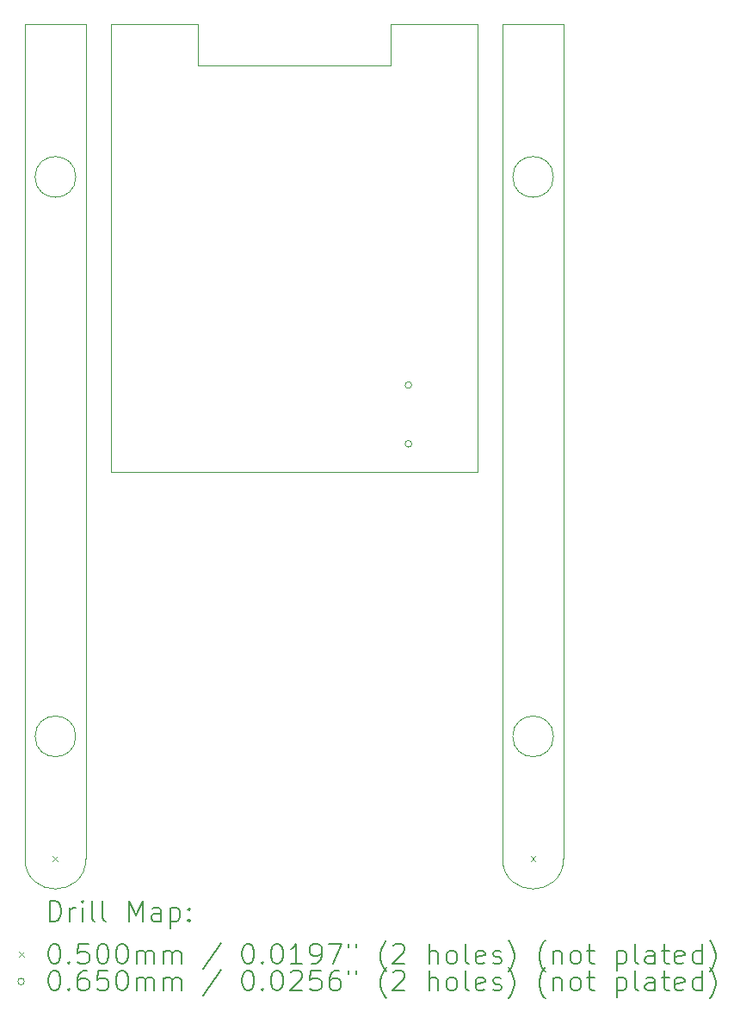
<source format=gbr>
%TF.GenerationSoftware,KiCad,Pcbnew,7.0.1-3b83917a11~172~ubuntu22.04.1*%
%TF.CreationDate,2023-04-17T14:07:02+02:00*%
%TF.ProjectId,AcousticDetection_HW,41636f75-7374-4696-9344-657465637469,rev?*%
%TF.SameCoordinates,Original*%
%TF.FileFunction,Drillmap*%
%TF.FilePolarity,Positive*%
%FSLAX45Y45*%
G04 Gerber Fmt 4.5, Leading zero omitted, Abs format (unit mm)*
G04 Created by KiCad (PCBNEW 7.0.1-3b83917a11~172~ubuntu22.04.1) date 2023-04-17 14:07:02*
%MOMM*%
%LPD*%
G01*
G04 APERTURE LIST*
%ADD10C,0.100000*%
%ADD11C,0.200000*%
%ADD12C,0.050000*%
%ADD13C,0.065000*%
G04 APERTURE END LIST*
D10*
X17076800Y-9836000D02*
X17076800Y-5436000D01*
X14326800Y-5436000D02*
X14326800Y-5836000D01*
X13476800Y-5436000D02*
X14326800Y-5436000D01*
X17326800Y-13636000D02*
X17326800Y-5436000D01*
X13226800Y-5436000D02*
X13226800Y-13636000D01*
X17326800Y-5436000D02*
X17926800Y-5436000D01*
X13126800Y-6936000D02*
G75*
G03*
X13126800Y-6936000I-200000J0D01*
G01*
X12626800Y-13636000D02*
X12626800Y-5436000D01*
X13126800Y-12436000D02*
G75*
G03*
X13126800Y-12436000I-200000J0D01*
G01*
X17326800Y-13636000D02*
G75*
G03*
X17926800Y-13636000I300000J0D01*
G01*
X16226800Y-5436000D02*
X17076800Y-5436000D01*
X13476800Y-5436000D02*
X13476800Y-9836000D01*
X16226800Y-5836000D02*
X16226800Y-5436000D01*
X17826800Y-6936000D02*
G75*
G03*
X17826800Y-6936000I-200000J0D01*
G01*
X13476800Y-9836000D02*
X17076800Y-9836000D01*
X17826800Y-12436000D02*
G75*
G03*
X17826800Y-12436000I-200000J0D01*
G01*
X12626800Y-5436000D02*
X13226800Y-5436000D01*
X14326800Y-5836000D02*
X16226800Y-5836000D01*
X12626800Y-13636000D02*
G75*
G03*
X13226800Y-13636000I300000J0D01*
G01*
X17926800Y-13636000D02*
X17926800Y-5436000D01*
D11*
D12*
X12901800Y-13611000D02*
X12951800Y-13661000D01*
X12951800Y-13611000D02*
X12901800Y-13661000D01*
X17601800Y-13611000D02*
X17651800Y-13661000D01*
X17651800Y-13611000D02*
X17601800Y-13661000D01*
D13*
X16432650Y-8982200D02*
G75*
G03*
X16432650Y-8982200I-32500J0D01*
G01*
X16432650Y-9560200D02*
G75*
G03*
X16432650Y-9560200I-32500J0D01*
G01*
D11*
X12869419Y-14253524D02*
X12869419Y-14053524D01*
X12869419Y-14053524D02*
X12917038Y-14053524D01*
X12917038Y-14053524D02*
X12945609Y-14063048D01*
X12945609Y-14063048D02*
X12964657Y-14082095D01*
X12964657Y-14082095D02*
X12974181Y-14101143D01*
X12974181Y-14101143D02*
X12983705Y-14139238D01*
X12983705Y-14139238D02*
X12983705Y-14167809D01*
X12983705Y-14167809D02*
X12974181Y-14205905D01*
X12974181Y-14205905D02*
X12964657Y-14224952D01*
X12964657Y-14224952D02*
X12945609Y-14244000D01*
X12945609Y-14244000D02*
X12917038Y-14253524D01*
X12917038Y-14253524D02*
X12869419Y-14253524D01*
X13069419Y-14253524D02*
X13069419Y-14120190D01*
X13069419Y-14158286D02*
X13078943Y-14139238D01*
X13078943Y-14139238D02*
X13088467Y-14129714D01*
X13088467Y-14129714D02*
X13107514Y-14120190D01*
X13107514Y-14120190D02*
X13126562Y-14120190D01*
X13193228Y-14253524D02*
X13193228Y-14120190D01*
X13193228Y-14053524D02*
X13183705Y-14063048D01*
X13183705Y-14063048D02*
X13193228Y-14072571D01*
X13193228Y-14072571D02*
X13202752Y-14063048D01*
X13202752Y-14063048D02*
X13193228Y-14053524D01*
X13193228Y-14053524D02*
X13193228Y-14072571D01*
X13317038Y-14253524D02*
X13297990Y-14244000D01*
X13297990Y-14244000D02*
X13288467Y-14224952D01*
X13288467Y-14224952D02*
X13288467Y-14053524D01*
X13421800Y-14253524D02*
X13402752Y-14244000D01*
X13402752Y-14244000D02*
X13393228Y-14224952D01*
X13393228Y-14224952D02*
X13393228Y-14053524D01*
X13650371Y-14253524D02*
X13650371Y-14053524D01*
X13650371Y-14053524D02*
X13717038Y-14196381D01*
X13717038Y-14196381D02*
X13783705Y-14053524D01*
X13783705Y-14053524D02*
X13783705Y-14253524D01*
X13964657Y-14253524D02*
X13964657Y-14148762D01*
X13964657Y-14148762D02*
X13955133Y-14129714D01*
X13955133Y-14129714D02*
X13936086Y-14120190D01*
X13936086Y-14120190D02*
X13897990Y-14120190D01*
X13897990Y-14120190D02*
X13878943Y-14129714D01*
X13964657Y-14244000D02*
X13945609Y-14253524D01*
X13945609Y-14253524D02*
X13897990Y-14253524D01*
X13897990Y-14253524D02*
X13878943Y-14244000D01*
X13878943Y-14244000D02*
X13869419Y-14224952D01*
X13869419Y-14224952D02*
X13869419Y-14205905D01*
X13869419Y-14205905D02*
X13878943Y-14186857D01*
X13878943Y-14186857D02*
X13897990Y-14177333D01*
X13897990Y-14177333D02*
X13945609Y-14177333D01*
X13945609Y-14177333D02*
X13964657Y-14167809D01*
X14059895Y-14120190D02*
X14059895Y-14320190D01*
X14059895Y-14129714D02*
X14078943Y-14120190D01*
X14078943Y-14120190D02*
X14117038Y-14120190D01*
X14117038Y-14120190D02*
X14136086Y-14129714D01*
X14136086Y-14129714D02*
X14145609Y-14139238D01*
X14145609Y-14139238D02*
X14155133Y-14158286D01*
X14155133Y-14158286D02*
X14155133Y-14215428D01*
X14155133Y-14215428D02*
X14145609Y-14234476D01*
X14145609Y-14234476D02*
X14136086Y-14244000D01*
X14136086Y-14244000D02*
X14117038Y-14253524D01*
X14117038Y-14253524D02*
X14078943Y-14253524D01*
X14078943Y-14253524D02*
X14059895Y-14244000D01*
X14240848Y-14234476D02*
X14250371Y-14244000D01*
X14250371Y-14244000D02*
X14240848Y-14253524D01*
X14240848Y-14253524D02*
X14231324Y-14244000D01*
X14231324Y-14244000D02*
X14240848Y-14234476D01*
X14240848Y-14234476D02*
X14240848Y-14253524D01*
X14240848Y-14129714D02*
X14250371Y-14139238D01*
X14250371Y-14139238D02*
X14240848Y-14148762D01*
X14240848Y-14148762D02*
X14231324Y-14139238D01*
X14231324Y-14139238D02*
X14240848Y-14129714D01*
X14240848Y-14129714D02*
X14240848Y-14148762D01*
D12*
X12571800Y-14556000D02*
X12621800Y-14606000D01*
X12621800Y-14556000D02*
X12571800Y-14606000D01*
D11*
X12907514Y-14473524D02*
X12926562Y-14473524D01*
X12926562Y-14473524D02*
X12945609Y-14483048D01*
X12945609Y-14483048D02*
X12955133Y-14492571D01*
X12955133Y-14492571D02*
X12964657Y-14511619D01*
X12964657Y-14511619D02*
X12974181Y-14549714D01*
X12974181Y-14549714D02*
X12974181Y-14597333D01*
X12974181Y-14597333D02*
X12964657Y-14635428D01*
X12964657Y-14635428D02*
X12955133Y-14654476D01*
X12955133Y-14654476D02*
X12945609Y-14664000D01*
X12945609Y-14664000D02*
X12926562Y-14673524D01*
X12926562Y-14673524D02*
X12907514Y-14673524D01*
X12907514Y-14673524D02*
X12888467Y-14664000D01*
X12888467Y-14664000D02*
X12878943Y-14654476D01*
X12878943Y-14654476D02*
X12869419Y-14635428D01*
X12869419Y-14635428D02*
X12859895Y-14597333D01*
X12859895Y-14597333D02*
X12859895Y-14549714D01*
X12859895Y-14549714D02*
X12869419Y-14511619D01*
X12869419Y-14511619D02*
X12878943Y-14492571D01*
X12878943Y-14492571D02*
X12888467Y-14483048D01*
X12888467Y-14483048D02*
X12907514Y-14473524D01*
X13059895Y-14654476D02*
X13069419Y-14664000D01*
X13069419Y-14664000D02*
X13059895Y-14673524D01*
X13059895Y-14673524D02*
X13050371Y-14664000D01*
X13050371Y-14664000D02*
X13059895Y-14654476D01*
X13059895Y-14654476D02*
X13059895Y-14673524D01*
X13250371Y-14473524D02*
X13155133Y-14473524D01*
X13155133Y-14473524D02*
X13145609Y-14568762D01*
X13145609Y-14568762D02*
X13155133Y-14559238D01*
X13155133Y-14559238D02*
X13174181Y-14549714D01*
X13174181Y-14549714D02*
X13221800Y-14549714D01*
X13221800Y-14549714D02*
X13240848Y-14559238D01*
X13240848Y-14559238D02*
X13250371Y-14568762D01*
X13250371Y-14568762D02*
X13259895Y-14587809D01*
X13259895Y-14587809D02*
X13259895Y-14635428D01*
X13259895Y-14635428D02*
X13250371Y-14654476D01*
X13250371Y-14654476D02*
X13240848Y-14664000D01*
X13240848Y-14664000D02*
X13221800Y-14673524D01*
X13221800Y-14673524D02*
X13174181Y-14673524D01*
X13174181Y-14673524D02*
X13155133Y-14664000D01*
X13155133Y-14664000D02*
X13145609Y-14654476D01*
X13383705Y-14473524D02*
X13402752Y-14473524D01*
X13402752Y-14473524D02*
X13421800Y-14483048D01*
X13421800Y-14483048D02*
X13431324Y-14492571D01*
X13431324Y-14492571D02*
X13440848Y-14511619D01*
X13440848Y-14511619D02*
X13450371Y-14549714D01*
X13450371Y-14549714D02*
X13450371Y-14597333D01*
X13450371Y-14597333D02*
X13440848Y-14635428D01*
X13440848Y-14635428D02*
X13431324Y-14654476D01*
X13431324Y-14654476D02*
X13421800Y-14664000D01*
X13421800Y-14664000D02*
X13402752Y-14673524D01*
X13402752Y-14673524D02*
X13383705Y-14673524D01*
X13383705Y-14673524D02*
X13364657Y-14664000D01*
X13364657Y-14664000D02*
X13355133Y-14654476D01*
X13355133Y-14654476D02*
X13345609Y-14635428D01*
X13345609Y-14635428D02*
X13336086Y-14597333D01*
X13336086Y-14597333D02*
X13336086Y-14549714D01*
X13336086Y-14549714D02*
X13345609Y-14511619D01*
X13345609Y-14511619D02*
X13355133Y-14492571D01*
X13355133Y-14492571D02*
X13364657Y-14483048D01*
X13364657Y-14483048D02*
X13383705Y-14473524D01*
X13574181Y-14473524D02*
X13593229Y-14473524D01*
X13593229Y-14473524D02*
X13612276Y-14483048D01*
X13612276Y-14483048D02*
X13621800Y-14492571D01*
X13621800Y-14492571D02*
X13631324Y-14511619D01*
X13631324Y-14511619D02*
X13640848Y-14549714D01*
X13640848Y-14549714D02*
X13640848Y-14597333D01*
X13640848Y-14597333D02*
X13631324Y-14635428D01*
X13631324Y-14635428D02*
X13621800Y-14654476D01*
X13621800Y-14654476D02*
X13612276Y-14664000D01*
X13612276Y-14664000D02*
X13593229Y-14673524D01*
X13593229Y-14673524D02*
X13574181Y-14673524D01*
X13574181Y-14673524D02*
X13555133Y-14664000D01*
X13555133Y-14664000D02*
X13545609Y-14654476D01*
X13545609Y-14654476D02*
X13536086Y-14635428D01*
X13536086Y-14635428D02*
X13526562Y-14597333D01*
X13526562Y-14597333D02*
X13526562Y-14549714D01*
X13526562Y-14549714D02*
X13536086Y-14511619D01*
X13536086Y-14511619D02*
X13545609Y-14492571D01*
X13545609Y-14492571D02*
X13555133Y-14483048D01*
X13555133Y-14483048D02*
X13574181Y-14473524D01*
X13726562Y-14673524D02*
X13726562Y-14540190D01*
X13726562Y-14559238D02*
X13736086Y-14549714D01*
X13736086Y-14549714D02*
X13755133Y-14540190D01*
X13755133Y-14540190D02*
X13783705Y-14540190D01*
X13783705Y-14540190D02*
X13802752Y-14549714D01*
X13802752Y-14549714D02*
X13812276Y-14568762D01*
X13812276Y-14568762D02*
X13812276Y-14673524D01*
X13812276Y-14568762D02*
X13821800Y-14549714D01*
X13821800Y-14549714D02*
X13840848Y-14540190D01*
X13840848Y-14540190D02*
X13869419Y-14540190D01*
X13869419Y-14540190D02*
X13888467Y-14549714D01*
X13888467Y-14549714D02*
X13897990Y-14568762D01*
X13897990Y-14568762D02*
X13897990Y-14673524D01*
X13993229Y-14673524D02*
X13993229Y-14540190D01*
X13993229Y-14559238D02*
X14002752Y-14549714D01*
X14002752Y-14549714D02*
X14021800Y-14540190D01*
X14021800Y-14540190D02*
X14050371Y-14540190D01*
X14050371Y-14540190D02*
X14069419Y-14549714D01*
X14069419Y-14549714D02*
X14078943Y-14568762D01*
X14078943Y-14568762D02*
X14078943Y-14673524D01*
X14078943Y-14568762D02*
X14088467Y-14549714D01*
X14088467Y-14549714D02*
X14107514Y-14540190D01*
X14107514Y-14540190D02*
X14136086Y-14540190D01*
X14136086Y-14540190D02*
X14155133Y-14549714D01*
X14155133Y-14549714D02*
X14164657Y-14568762D01*
X14164657Y-14568762D02*
X14164657Y-14673524D01*
X14555133Y-14464000D02*
X14383705Y-14721143D01*
X14812276Y-14473524D02*
X14831324Y-14473524D01*
X14831324Y-14473524D02*
X14850372Y-14483048D01*
X14850372Y-14483048D02*
X14859895Y-14492571D01*
X14859895Y-14492571D02*
X14869419Y-14511619D01*
X14869419Y-14511619D02*
X14878943Y-14549714D01*
X14878943Y-14549714D02*
X14878943Y-14597333D01*
X14878943Y-14597333D02*
X14869419Y-14635428D01*
X14869419Y-14635428D02*
X14859895Y-14654476D01*
X14859895Y-14654476D02*
X14850372Y-14664000D01*
X14850372Y-14664000D02*
X14831324Y-14673524D01*
X14831324Y-14673524D02*
X14812276Y-14673524D01*
X14812276Y-14673524D02*
X14793229Y-14664000D01*
X14793229Y-14664000D02*
X14783705Y-14654476D01*
X14783705Y-14654476D02*
X14774181Y-14635428D01*
X14774181Y-14635428D02*
X14764657Y-14597333D01*
X14764657Y-14597333D02*
X14764657Y-14549714D01*
X14764657Y-14549714D02*
X14774181Y-14511619D01*
X14774181Y-14511619D02*
X14783705Y-14492571D01*
X14783705Y-14492571D02*
X14793229Y-14483048D01*
X14793229Y-14483048D02*
X14812276Y-14473524D01*
X14964657Y-14654476D02*
X14974181Y-14664000D01*
X14974181Y-14664000D02*
X14964657Y-14673524D01*
X14964657Y-14673524D02*
X14955133Y-14664000D01*
X14955133Y-14664000D02*
X14964657Y-14654476D01*
X14964657Y-14654476D02*
X14964657Y-14673524D01*
X15097991Y-14473524D02*
X15117038Y-14473524D01*
X15117038Y-14473524D02*
X15136086Y-14483048D01*
X15136086Y-14483048D02*
X15145610Y-14492571D01*
X15145610Y-14492571D02*
X15155133Y-14511619D01*
X15155133Y-14511619D02*
X15164657Y-14549714D01*
X15164657Y-14549714D02*
X15164657Y-14597333D01*
X15164657Y-14597333D02*
X15155133Y-14635428D01*
X15155133Y-14635428D02*
X15145610Y-14654476D01*
X15145610Y-14654476D02*
X15136086Y-14664000D01*
X15136086Y-14664000D02*
X15117038Y-14673524D01*
X15117038Y-14673524D02*
X15097991Y-14673524D01*
X15097991Y-14673524D02*
X15078943Y-14664000D01*
X15078943Y-14664000D02*
X15069419Y-14654476D01*
X15069419Y-14654476D02*
X15059895Y-14635428D01*
X15059895Y-14635428D02*
X15050372Y-14597333D01*
X15050372Y-14597333D02*
X15050372Y-14549714D01*
X15050372Y-14549714D02*
X15059895Y-14511619D01*
X15059895Y-14511619D02*
X15069419Y-14492571D01*
X15069419Y-14492571D02*
X15078943Y-14483048D01*
X15078943Y-14483048D02*
X15097991Y-14473524D01*
X15355133Y-14673524D02*
X15240848Y-14673524D01*
X15297991Y-14673524D02*
X15297991Y-14473524D01*
X15297991Y-14473524D02*
X15278943Y-14502095D01*
X15278943Y-14502095D02*
X15259895Y-14521143D01*
X15259895Y-14521143D02*
X15240848Y-14530667D01*
X15450372Y-14673524D02*
X15488467Y-14673524D01*
X15488467Y-14673524D02*
X15507514Y-14664000D01*
X15507514Y-14664000D02*
X15517038Y-14654476D01*
X15517038Y-14654476D02*
X15536086Y-14625905D01*
X15536086Y-14625905D02*
X15545610Y-14587809D01*
X15545610Y-14587809D02*
X15545610Y-14511619D01*
X15545610Y-14511619D02*
X15536086Y-14492571D01*
X15536086Y-14492571D02*
X15526562Y-14483048D01*
X15526562Y-14483048D02*
X15507514Y-14473524D01*
X15507514Y-14473524D02*
X15469419Y-14473524D01*
X15469419Y-14473524D02*
X15450372Y-14483048D01*
X15450372Y-14483048D02*
X15440848Y-14492571D01*
X15440848Y-14492571D02*
X15431324Y-14511619D01*
X15431324Y-14511619D02*
X15431324Y-14559238D01*
X15431324Y-14559238D02*
X15440848Y-14578286D01*
X15440848Y-14578286D02*
X15450372Y-14587809D01*
X15450372Y-14587809D02*
X15469419Y-14597333D01*
X15469419Y-14597333D02*
X15507514Y-14597333D01*
X15507514Y-14597333D02*
X15526562Y-14587809D01*
X15526562Y-14587809D02*
X15536086Y-14578286D01*
X15536086Y-14578286D02*
X15545610Y-14559238D01*
X15612276Y-14473524D02*
X15745610Y-14473524D01*
X15745610Y-14473524D02*
X15659895Y-14673524D01*
X15812276Y-14473524D02*
X15812276Y-14511619D01*
X15888467Y-14473524D02*
X15888467Y-14511619D01*
X16183705Y-14749714D02*
X16174181Y-14740190D01*
X16174181Y-14740190D02*
X16155134Y-14711619D01*
X16155134Y-14711619D02*
X16145610Y-14692571D01*
X16145610Y-14692571D02*
X16136086Y-14664000D01*
X16136086Y-14664000D02*
X16126562Y-14616381D01*
X16126562Y-14616381D02*
X16126562Y-14578286D01*
X16126562Y-14578286D02*
X16136086Y-14530667D01*
X16136086Y-14530667D02*
X16145610Y-14502095D01*
X16145610Y-14502095D02*
X16155134Y-14483048D01*
X16155134Y-14483048D02*
X16174181Y-14454476D01*
X16174181Y-14454476D02*
X16183705Y-14444952D01*
X16250372Y-14492571D02*
X16259895Y-14483048D01*
X16259895Y-14483048D02*
X16278943Y-14473524D01*
X16278943Y-14473524D02*
X16326562Y-14473524D01*
X16326562Y-14473524D02*
X16345610Y-14483048D01*
X16345610Y-14483048D02*
X16355134Y-14492571D01*
X16355134Y-14492571D02*
X16364657Y-14511619D01*
X16364657Y-14511619D02*
X16364657Y-14530667D01*
X16364657Y-14530667D02*
X16355134Y-14559238D01*
X16355134Y-14559238D02*
X16240848Y-14673524D01*
X16240848Y-14673524D02*
X16364657Y-14673524D01*
X16602753Y-14673524D02*
X16602753Y-14473524D01*
X16688467Y-14673524D02*
X16688467Y-14568762D01*
X16688467Y-14568762D02*
X16678943Y-14549714D01*
X16678943Y-14549714D02*
X16659896Y-14540190D01*
X16659896Y-14540190D02*
X16631324Y-14540190D01*
X16631324Y-14540190D02*
X16612276Y-14549714D01*
X16612276Y-14549714D02*
X16602753Y-14559238D01*
X16812277Y-14673524D02*
X16793229Y-14664000D01*
X16793229Y-14664000D02*
X16783705Y-14654476D01*
X16783705Y-14654476D02*
X16774181Y-14635428D01*
X16774181Y-14635428D02*
X16774181Y-14578286D01*
X16774181Y-14578286D02*
X16783705Y-14559238D01*
X16783705Y-14559238D02*
X16793229Y-14549714D01*
X16793229Y-14549714D02*
X16812277Y-14540190D01*
X16812277Y-14540190D02*
X16840848Y-14540190D01*
X16840848Y-14540190D02*
X16859896Y-14549714D01*
X16859896Y-14549714D02*
X16869419Y-14559238D01*
X16869419Y-14559238D02*
X16878943Y-14578286D01*
X16878943Y-14578286D02*
X16878943Y-14635428D01*
X16878943Y-14635428D02*
X16869419Y-14654476D01*
X16869419Y-14654476D02*
X16859896Y-14664000D01*
X16859896Y-14664000D02*
X16840848Y-14673524D01*
X16840848Y-14673524D02*
X16812277Y-14673524D01*
X16993229Y-14673524D02*
X16974181Y-14664000D01*
X16974181Y-14664000D02*
X16964658Y-14644952D01*
X16964658Y-14644952D02*
X16964658Y-14473524D01*
X17145610Y-14664000D02*
X17126562Y-14673524D01*
X17126562Y-14673524D02*
X17088467Y-14673524D01*
X17088467Y-14673524D02*
X17069419Y-14664000D01*
X17069419Y-14664000D02*
X17059896Y-14644952D01*
X17059896Y-14644952D02*
X17059896Y-14568762D01*
X17059896Y-14568762D02*
X17069419Y-14549714D01*
X17069419Y-14549714D02*
X17088467Y-14540190D01*
X17088467Y-14540190D02*
X17126562Y-14540190D01*
X17126562Y-14540190D02*
X17145610Y-14549714D01*
X17145610Y-14549714D02*
X17155134Y-14568762D01*
X17155134Y-14568762D02*
X17155134Y-14587809D01*
X17155134Y-14587809D02*
X17059896Y-14606857D01*
X17231324Y-14664000D02*
X17250372Y-14673524D01*
X17250372Y-14673524D02*
X17288467Y-14673524D01*
X17288467Y-14673524D02*
X17307515Y-14664000D01*
X17307515Y-14664000D02*
X17317039Y-14644952D01*
X17317039Y-14644952D02*
X17317039Y-14635428D01*
X17317039Y-14635428D02*
X17307515Y-14616381D01*
X17307515Y-14616381D02*
X17288467Y-14606857D01*
X17288467Y-14606857D02*
X17259896Y-14606857D01*
X17259896Y-14606857D02*
X17240848Y-14597333D01*
X17240848Y-14597333D02*
X17231324Y-14578286D01*
X17231324Y-14578286D02*
X17231324Y-14568762D01*
X17231324Y-14568762D02*
X17240848Y-14549714D01*
X17240848Y-14549714D02*
X17259896Y-14540190D01*
X17259896Y-14540190D02*
X17288467Y-14540190D01*
X17288467Y-14540190D02*
X17307515Y-14549714D01*
X17383705Y-14749714D02*
X17393229Y-14740190D01*
X17393229Y-14740190D02*
X17412277Y-14711619D01*
X17412277Y-14711619D02*
X17421800Y-14692571D01*
X17421800Y-14692571D02*
X17431324Y-14664000D01*
X17431324Y-14664000D02*
X17440848Y-14616381D01*
X17440848Y-14616381D02*
X17440848Y-14578286D01*
X17440848Y-14578286D02*
X17431324Y-14530667D01*
X17431324Y-14530667D02*
X17421800Y-14502095D01*
X17421800Y-14502095D02*
X17412277Y-14483048D01*
X17412277Y-14483048D02*
X17393229Y-14454476D01*
X17393229Y-14454476D02*
X17383705Y-14444952D01*
X17745610Y-14749714D02*
X17736086Y-14740190D01*
X17736086Y-14740190D02*
X17717039Y-14711619D01*
X17717039Y-14711619D02*
X17707515Y-14692571D01*
X17707515Y-14692571D02*
X17697991Y-14664000D01*
X17697991Y-14664000D02*
X17688467Y-14616381D01*
X17688467Y-14616381D02*
X17688467Y-14578286D01*
X17688467Y-14578286D02*
X17697991Y-14530667D01*
X17697991Y-14530667D02*
X17707515Y-14502095D01*
X17707515Y-14502095D02*
X17717039Y-14483048D01*
X17717039Y-14483048D02*
X17736086Y-14454476D01*
X17736086Y-14454476D02*
X17745610Y-14444952D01*
X17821800Y-14540190D02*
X17821800Y-14673524D01*
X17821800Y-14559238D02*
X17831324Y-14549714D01*
X17831324Y-14549714D02*
X17850372Y-14540190D01*
X17850372Y-14540190D02*
X17878943Y-14540190D01*
X17878943Y-14540190D02*
X17897991Y-14549714D01*
X17897991Y-14549714D02*
X17907515Y-14568762D01*
X17907515Y-14568762D02*
X17907515Y-14673524D01*
X18031324Y-14673524D02*
X18012277Y-14664000D01*
X18012277Y-14664000D02*
X18002753Y-14654476D01*
X18002753Y-14654476D02*
X17993229Y-14635428D01*
X17993229Y-14635428D02*
X17993229Y-14578286D01*
X17993229Y-14578286D02*
X18002753Y-14559238D01*
X18002753Y-14559238D02*
X18012277Y-14549714D01*
X18012277Y-14549714D02*
X18031324Y-14540190D01*
X18031324Y-14540190D02*
X18059896Y-14540190D01*
X18059896Y-14540190D02*
X18078943Y-14549714D01*
X18078943Y-14549714D02*
X18088467Y-14559238D01*
X18088467Y-14559238D02*
X18097991Y-14578286D01*
X18097991Y-14578286D02*
X18097991Y-14635428D01*
X18097991Y-14635428D02*
X18088467Y-14654476D01*
X18088467Y-14654476D02*
X18078943Y-14664000D01*
X18078943Y-14664000D02*
X18059896Y-14673524D01*
X18059896Y-14673524D02*
X18031324Y-14673524D01*
X18155134Y-14540190D02*
X18231324Y-14540190D01*
X18183705Y-14473524D02*
X18183705Y-14644952D01*
X18183705Y-14644952D02*
X18193229Y-14664000D01*
X18193229Y-14664000D02*
X18212277Y-14673524D01*
X18212277Y-14673524D02*
X18231324Y-14673524D01*
X18450372Y-14540190D02*
X18450372Y-14740190D01*
X18450372Y-14549714D02*
X18469420Y-14540190D01*
X18469420Y-14540190D02*
X18507515Y-14540190D01*
X18507515Y-14540190D02*
X18526562Y-14549714D01*
X18526562Y-14549714D02*
X18536086Y-14559238D01*
X18536086Y-14559238D02*
X18545610Y-14578286D01*
X18545610Y-14578286D02*
X18545610Y-14635428D01*
X18545610Y-14635428D02*
X18536086Y-14654476D01*
X18536086Y-14654476D02*
X18526562Y-14664000D01*
X18526562Y-14664000D02*
X18507515Y-14673524D01*
X18507515Y-14673524D02*
X18469420Y-14673524D01*
X18469420Y-14673524D02*
X18450372Y-14664000D01*
X18659896Y-14673524D02*
X18640848Y-14664000D01*
X18640848Y-14664000D02*
X18631324Y-14644952D01*
X18631324Y-14644952D02*
X18631324Y-14473524D01*
X18821801Y-14673524D02*
X18821801Y-14568762D01*
X18821801Y-14568762D02*
X18812277Y-14549714D01*
X18812277Y-14549714D02*
X18793229Y-14540190D01*
X18793229Y-14540190D02*
X18755134Y-14540190D01*
X18755134Y-14540190D02*
X18736086Y-14549714D01*
X18821801Y-14664000D02*
X18802753Y-14673524D01*
X18802753Y-14673524D02*
X18755134Y-14673524D01*
X18755134Y-14673524D02*
X18736086Y-14664000D01*
X18736086Y-14664000D02*
X18726562Y-14644952D01*
X18726562Y-14644952D02*
X18726562Y-14625905D01*
X18726562Y-14625905D02*
X18736086Y-14606857D01*
X18736086Y-14606857D02*
X18755134Y-14597333D01*
X18755134Y-14597333D02*
X18802753Y-14597333D01*
X18802753Y-14597333D02*
X18821801Y-14587809D01*
X18888467Y-14540190D02*
X18964658Y-14540190D01*
X18917039Y-14473524D02*
X18917039Y-14644952D01*
X18917039Y-14644952D02*
X18926562Y-14664000D01*
X18926562Y-14664000D02*
X18945610Y-14673524D01*
X18945610Y-14673524D02*
X18964658Y-14673524D01*
X19107515Y-14664000D02*
X19088467Y-14673524D01*
X19088467Y-14673524D02*
X19050372Y-14673524D01*
X19050372Y-14673524D02*
X19031324Y-14664000D01*
X19031324Y-14664000D02*
X19021801Y-14644952D01*
X19021801Y-14644952D02*
X19021801Y-14568762D01*
X19021801Y-14568762D02*
X19031324Y-14549714D01*
X19031324Y-14549714D02*
X19050372Y-14540190D01*
X19050372Y-14540190D02*
X19088467Y-14540190D01*
X19088467Y-14540190D02*
X19107515Y-14549714D01*
X19107515Y-14549714D02*
X19117039Y-14568762D01*
X19117039Y-14568762D02*
X19117039Y-14587809D01*
X19117039Y-14587809D02*
X19021801Y-14606857D01*
X19288467Y-14673524D02*
X19288467Y-14473524D01*
X19288467Y-14664000D02*
X19269420Y-14673524D01*
X19269420Y-14673524D02*
X19231324Y-14673524D01*
X19231324Y-14673524D02*
X19212277Y-14664000D01*
X19212277Y-14664000D02*
X19202753Y-14654476D01*
X19202753Y-14654476D02*
X19193229Y-14635428D01*
X19193229Y-14635428D02*
X19193229Y-14578286D01*
X19193229Y-14578286D02*
X19202753Y-14559238D01*
X19202753Y-14559238D02*
X19212277Y-14549714D01*
X19212277Y-14549714D02*
X19231324Y-14540190D01*
X19231324Y-14540190D02*
X19269420Y-14540190D01*
X19269420Y-14540190D02*
X19288467Y-14549714D01*
X19364658Y-14749714D02*
X19374182Y-14740190D01*
X19374182Y-14740190D02*
X19393229Y-14711619D01*
X19393229Y-14711619D02*
X19402753Y-14692571D01*
X19402753Y-14692571D02*
X19412277Y-14664000D01*
X19412277Y-14664000D02*
X19421801Y-14616381D01*
X19421801Y-14616381D02*
X19421801Y-14578286D01*
X19421801Y-14578286D02*
X19412277Y-14530667D01*
X19412277Y-14530667D02*
X19402753Y-14502095D01*
X19402753Y-14502095D02*
X19393229Y-14483048D01*
X19393229Y-14483048D02*
X19374182Y-14454476D01*
X19374182Y-14454476D02*
X19364658Y-14444952D01*
D13*
X12621800Y-14845000D02*
G75*
G03*
X12621800Y-14845000I-32500J0D01*
G01*
D11*
X12907514Y-14737524D02*
X12926562Y-14737524D01*
X12926562Y-14737524D02*
X12945609Y-14747048D01*
X12945609Y-14747048D02*
X12955133Y-14756571D01*
X12955133Y-14756571D02*
X12964657Y-14775619D01*
X12964657Y-14775619D02*
X12974181Y-14813714D01*
X12974181Y-14813714D02*
X12974181Y-14861333D01*
X12974181Y-14861333D02*
X12964657Y-14899428D01*
X12964657Y-14899428D02*
X12955133Y-14918476D01*
X12955133Y-14918476D02*
X12945609Y-14928000D01*
X12945609Y-14928000D02*
X12926562Y-14937524D01*
X12926562Y-14937524D02*
X12907514Y-14937524D01*
X12907514Y-14937524D02*
X12888467Y-14928000D01*
X12888467Y-14928000D02*
X12878943Y-14918476D01*
X12878943Y-14918476D02*
X12869419Y-14899428D01*
X12869419Y-14899428D02*
X12859895Y-14861333D01*
X12859895Y-14861333D02*
X12859895Y-14813714D01*
X12859895Y-14813714D02*
X12869419Y-14775619D01*
X12869419Y-14775619D02*
X12878943Y-14756571D01*
X12878943Y-14756571D02*
X12888467Y-14747048D01*
X12888467Y-14747048D02*
X12907514Y-14737524D01*
X13059895Y-14918476D02*
X13069419Y-14928000D01*
X13069419Y-14928000D02*
X13059895Y-14937524D01*
X13059895Y-14937524D02*
X13050371Y-14928000D01*
X13050371Y-14928000D02*
X13059895Y-14918476D01*
X13059895Y-14918476D02*
X13059895Y-14937524D01*
X13240848Y-14737524D02*
X13202752Y-14737524D01*
X13202752Y-14737524D02*
X13183705Y-14747048D01*
X13183705Y-14747048D02*
X13174181Y-14756571D01*
X13174181Y-14756571D02*
X13155133Y-14785143D01*
X13155133Y-14785143D02*
X13145609Y-14823238D01*
X13145609Y-14823238D02*
X13145609Y-14899428D01*
X13145609Y-14899428D02*
X13155133Y-14918476D01*
X13155133Y-14918476D02*
X13164657Y-14928000D01*
X13164657Y-14928000D02*
X13183705Y-14937524D01*
X13183705Y-14937524D02*
X13221800Y-14937524D01*
X13221800Y-14937524D02*
X13240848Y-14928000D01*
X13240848Y-14928000D02*
X13250371Y-14918476D01*
X13250371Y-14918476D02*
X13259895Y-14899428D01*
X13259895Y-14899428D02*
X13259895Y-14851809D01*
X13259895Y-14851809D02*
X13250371Y-14832762D01*
X13250371Y-14832762D02*
X13240848Y-14823238D01*
X13240848Y-14823238D02*
X13221800Y-14813714D01*
X13221800Y-14813714D02*
X13183705Y-14813714D01*
X13183705Y-14813714D02*
X13164657Y-14823238D01*
X13164657Y-14823238D02*
X13155133Y-14832762D01*
X13155133Y-14832762D02*
X13145609Y-14851809D01*
X13440848Y-14737524D02*
X13345609Y-14737524D01*
X13345609Y-14737524D02*
X13336086Y-14832762D01*
X13336086Y-14832762D02*
X13345609Y-14823238D01*
X13345609Y-14823238D02*
X13364657Y-14813714D01*
X13364657Y-14813714D02*
X13412276Y-14813714D01*
X13412276Y-14813714D02*
X13431324Y-14823238D01*
X13431324Y-14823238D02*
X13440848Y-14832762D01*
X13440848Y-14832762D02*
X13450371Y-14851809D01*
X13450371Y-14851809D02*
X13450371Y-14899428D01*
X13450371Y-14899428D02*
X13440848Y-14918476D01*
X13440848Y-14918476D02*
X13431324Y-14928000D01*
X13431324Y-14928000D02*
X13412276Y-14937524D01*
X13412276Y-14937524D02*
X13364657Y-14937524D01*
X13364657Y-14937524D02*
X13345609Y-14928000D01*
X13345609Y-14928000D02*
X13336086Y-14918476D01*
X13574181Y-14737524D02*
X13593229Y-14737524D01*
X13593229Y-14737524D02*
X13612276Y-14747048D01*
X13612276Y-14747048D02*
X13621800Y-14756571D01*
X13621800Y-14756571D02*
X13631324Y-14775619D01*
X13631324Y-14775619D02*
X13640848Y-14813714D01*
X13640848Y-14813714D02*
X13640848Y-14861333D01*
X13640848Y-14861333D02*
X13631324Y-14899428D01*
X13631324Y-14899428D02*
X13621800Y-14918476D01*
X13621800Y-14918476D02*
X13612276Y-14928000D01*
X13612276Y-14928000D02*
X13593229Y-14937524D01*
X13593229Y-14937524D02*
X13574181Y-14937524D01*
X13574181Y-14937524D02*
X13555133Y-14928000D01*
X13555133Y-14928000D02*
X13545609Y-14918476D01*
X13545609Y-14918476D02*
X13536086Y-14899428D01*
X13536086Y-14899428D02*
X13526562Y-14861333D01*
X13526562Y-14861333D02*
X13526562Y-14813714D01*
X13526562Y-14813714D02*
X13536086Y-14775619D01*
X13536086Y-14775619D02*
X13545609Y-14756571D01*
X13545609Y-14756571D02*
X13555133Y-14747048D01*
X13555133Y-14747048D02*
X13574181Y-14737524D01*
X13726562Y-14937524D02*
X13726562Y-14804190D01*
X13726562Y-14823238D02*
X13736086Y-14813714D01*
X13736086Y-14813714D02*
X13755133Y-14804190D01*
X13755133Y-14804190D02*
X13783705Y-14804190D01*
X13783705Y-14804190D02*
X13802752Y-14813714D01*
X13802752Y-14813714D02*
X13812276Y-14832762D01*
X13812276Y-14832762D02*
X13812276Y-14937524D01*
X13812276Y-14832762D02*
X13821800Y-14813714D01*
X13821800Y-14813714D02*
X13840848Y-14804190D01*
X13840848Y-14804190D02*
X13869419Y-14804190D01*
X13869419Y-14804190D02*
X13888467Y-14813714D01*
X13888467Y-14813714D02*
X13897990Y-14832762D01*
X13897990Y-14832762D02*
X13897990Y-14937524D01*
X13993229Y-14937524D02*
X13993229Y-14804190D01*
X13993229Y-14823238D02*
X14002752Y-14813714D01*
X14002752Y-14813714D02*
X14021800Y-14804190D01*
X14021800Y-14804190D02*
X14050371Y-14804190D01*
X14050371Y-14804190D02*
X14069419Y-14813714D01*
X14069419Y-14813714D02*
X14078943Y-14832762D01*
X14078943Y-14832762D02*
X14078943Y-14937524D01*
X14078943Y-14832762D02*
X14088467Y-14813714D01*
X14088467Y-14813714D02*
X14107514Y-14804190D01*
X14107514Y-14804190D02*
X14136086Y-14804190D01*
X14136086Y-14804190D02*
X14155133Y-14813714D01*
X14155133Y-14813714D02*
X14164657Y-14832762D01*
X14164657Y-14832762D02*
X14164657Y-14937524D01*
X14555133Y-14728000D02*
X14383705Y-14985143D01*
X14812276Y-14737524D02*
X14831324Y-14737524D01*
X14831324Y-14737524D02*
X14850372Y-14747048D01*
X14850372Y-14747048D02*
X14859895Y-14756571D01*
X14859895Y-14756571D02*
X14869419Y-14775619D01*
X14869419Y-14775619D02*
X14878943Y-14813714D01*
X14878943Y-14813714D02*
X14878943Y-14861333D01*
X14878943Y-14861333D02*
X14869419Y-14899428D01*
X14869419Y-14899428D02*
X14859895Y-14918476D01*
X14859895Y-14918476D02*
X14850372Y-14928000D01*
X14850372Y-14928000D02*
X14831324Y-14937524D01*
X14831324Y-14937524D02*
X14812276Y-14937524D01*
X14812276Y-14937524D02*
X14793229Y-14928000D01*
X14793229Y-14928000D02*
X14783705Y-14918476D01*
X14783705Y-14918476D02*
X14774181Y-14899428D01*
X14774181Y-14899428D02*
X14764657Y-14861333D01*
X14764657Y-14861333D02*
X14764657Y-14813714D01*
X14764657Y-14813714D02*
X14774181Y-14775619D01*
X14774181Y-14775619D02*
X14783705Y-14756571D01*
X14783705Y-14756571D02*
X14793229Y-14747048D01*
X14793229Y-14747048D02*
X14812276Y-14737524D01*
X14964657Y-14918476D02*
X14974181Y-14928000D01*
X14974181Y-14928000D02*
X14964657Y-14937524D01*
X14964657Y-14937524D02*
X14955133Y-14928000D01*
X14955133Y-14928000D02*
X14964657Y-14918476D01*
X14964657Y-14918476D02*
X14964657Y-14937524D01*
X15097991Y-14737524D02*
X15117038Y-14737524D01*
X15117038Y-14737524D02*
X15136086Y-14747048D01*
X15136086Y-14747048D02*
X15145610Y-14756571D01*
X15145610Y-14756571D02*
X15155133Y-14775619D01*
X15155133Y-14775619D02*
X15164657Y-14813714D01*
X15164657Y-14813714D02*
X15164657Y-14861333D01*
X15164657Y-14861333D02*
X15155133Y-14899428D01*
X15155133Y-14899428D02*
X15145610Y-14918476D01*
X15145610Y-14918476D02*
X15136086Y-14928000D01*
X15136086Y-14928000D02*
X15117038Y-14937524D01*
X15117038Y-14937524D02*
X15097991Y-14937524D01*
X15097991Y-14937524D02*
X15078943Y-14928000D01*
X15078943Y-14928000D02*
X15069419Y-14918476D01*
X15069419Y-14918476D02*
X15059895Y-14899428D01*
X15059895Y-14899428D02*
X15050372Y-14861333D01*
X15050372Y-14861333D02*
X15050372Y-14813714D01*
X15050372Y-14813714D02*
X15059895Y-14775619D01*
X15059895Y-14775619D02*
X15069419Y-14756571D01*
X15069419Y-14756571D02*
X15078943Y-14747048D01*
X15078943Y-14747048D02*
X15097991Y-14737524D01*
X15240848Y-14756571D02*
X15250372Y-14747048D01*
X15250372Y-14747048D02*
X15269419Y-14737524D01*
X15269419Y-14737524D02*
X15317038Y-14737524D01*
X15317038Y-14737524D02*
X15336086Y-14747048D01*
X15336086Y-14747048D02*
X15345610Y-14756571D01*
X15345610Y-14756571D02*
X15355133Y-14775619D01*
X15355133Y-14775619D02*
X15355133Y-14794667D01*
X15355133Y-14794667D02*
X15345610Y-14823238D01*
X15345610Y-14823238D02*
X15231324Y-14937524D01*
X15231324Y-14937524D02*
X15355133Y-14937524D01*
X15536086Y-14737524D02*
X15440848Y-14737524D01*
X15440848Y-14737524D02*
X15431324Y-14832762D01*
X15431324Y-14832762D02*
X15440848Y-14823238D01*
X15440848Y-14823238D02*
X15459895Y-14813714D01*
X15459895Y-14813714D02*
X15507514Y-14813714D01*
X15507514Y-14813714D02*
X15526562Y-14823238D01*
X15526562Y-14823238D02*
X15536086Y-14832762D01*
X15536086Y-14832762D02*
X15545610Y-14851809D01*
X15545610Y-14851809D02*
X15545610Y-14899428D01*
X15545610Y-14899428D02*
X15536086Y-14918476D01*
X15536086Y-14918476D02*
X15526562Y-14928000D01*
X15526562Y-14928000D02*
X15507514Y-14937524D01*
X15507514Y-14937524D02*
X15459895Y-14937524D01*
X15459895Y-14937524D02*
X15440848Y-14928000D01*
X15440848Y-14928000D02*
X15431324Y-14918476D01*
X15717038Y-14737524D02*
X15678943Y-14737524D01*
X15678943Y-14737524D02*
X15659895Y-14747048D01*
X15659895Y-14747048D02*
X15650372Y-14756571D01*
X15650372Y-14756571D02*
X15631324Y-14785143D01*
X15631324Y-14785143D02*
X15621800Y-14823238D01*
X15621800Y-14823238D02*
X15621800Y-14899428D01*
X15621800Y-14899428D02*
X15631324Y-14918476D01*
X15631324Y-14918476D02*
X15640848Y-14928000D01*
X15640848Y-14928000D02*
X15659895Y-14937524D01*
X15659895Y-14937524D02*
X15697991Y-14937524D01*
X15697991Y-14937524D02*
X15717038Y-14928000D01*
X15717038Y-14928000D02*
X15726562Y-14918476D01*
X15726562Y-14918476D02*
X15736086Y-14899428D01*
X15736086Y-14899428D02*
X15736086Y-14851809D01*
X15736086Y-14851809D02*
X15726562Y-14832762D01*
X15726562Y-14832762D02*
X15717038Y-14823238D01*
X15717038Y-14823238D02*
X15697991Y-14813714D01*
X15697991Y-14813714D02*
X15659895Y-14813714D01*
X15659895Y-14813714D02*
X15640848Y-14823238D01*
X15640848Y-14823238D02*
X15631324Y-14832762D01*
X15631324Y-14832762D02*
X15621800Y-14851809D01*
X15812276Y-14737524D02*
X15812276Y-14775619D01*
X15888467Y-14737524D02*
X15888467Y-14775619D01*
X16183705Y-15013714D02*
X16174181Y-15004190D01*
X16174181Y-15004190D02*
X16155134Y-14975619D01*
X16155134Y-14975619D02*
X16145610Y-14956571D01*
X16145610Y-14956571D02*
X16136086Y-14928000D01*
X16136086Y-14928000D02*
X16126562Y-14880381D01*
X16126562Y-14880381D02*
X16126562Y-14842286D01*
X16126562Y-14842286D02*
X16136086Y-14794667D01*
X16136086Y-14794667D02*
X16145610Y-14766095D01*
X16145610Y-14766095D02*
X16155134Y-14747048D01*
X16155134Y-14747048D02*
X16174181Y-14718476D01*
X16174181Y-14718476D02*
X16183705Y-14708952D01*
X16250372Y-14756571D02*
X16259895Y-14747048D01*
X16259895Y-14747048D02*
X16278943Y-14737524D01*
X16278943Y-14737524D02*
X16326562Y-14737524D01*
X16326562Y-14737524D02*
X16345610Y-14747048D01*
X16345610Y-14747048D02*
X16355134Y-14756571D01*
X16355134Y-14756571D02*
X16364657Y-14775619D01*
X16364657Y-14775619D02*
X16364657Y-14794667D01*
X16364657Y-14794667D02*
X16355134Y-14823238D01*
X16355134Y-14823238D02*
X16240848Y-14937524D01*
X16240848Y-14937524D02*
X16364657Y-14937524D01*
X16602753Y-14937524D02*
X16602753Y-14737524D01*
X16688467Y-14937524D02*
X16688467Y-14832762D01*
X16688467Y-14832762D02*
X16678943Y-14813714D01*
X16678943Y-14813714D02*
X16659896Y-14804190D01*
X16659896Y-14804190D02*
X16631324Y-14804190D01*
X16631324Y-14804190D02*
X16612276Y-14813714D01*
X16612276Y-14813714D02*
X16602753Y-14823238D01*
X16812277Y-14937524D02*
X16793229Y-14928000D01*
X16793229Y-14928000D02*
X16783705Y-14918476D01*
X16783705Y-14918476D02*
X16774181Y-14899428D01*
X16774181Y-14899428D02*
X16774181Y-14842286D01*
X16774181Y-14842286D02*
X16783705Y-14823238D01*
X16783705Y-14823238D02*
X16793229Y-14813714D01*
X16793229Y-14813714D02*
X16812277Y-14804190D01*
X16812277Y-14804190D02*
X16840848Y-14804190D01*
X16840848Y-14804190D02*
X16859896Y-14813714D01*
X16859896Y-14813714D02*
X16869419Y-14823238D01*
X16869419Y-14823238D02*
X16878943Y-14842286D01*
X16878943Y-14842286D02*
X16878943Y-14899428D01*
X16878943Y-14899428D02*
X16869419Y-14918476D01*
X16869419Y-14918476D02*
X16859896Y-14928000D01*
X16859896Y-14928000D02*
X16840848Y-14937524D01*
X16840848Y-14937524D02*
X16812277Y-14937524D01*
X16993229Y-14937524D02*
X16974181Y-14928000D01*
X16974181Y-14928000D02*
X16964658Y-14908952D01*
X16964658Y-14908952D02*
X16964658Y-14737524D01*
X17145610Y-14928000D02*
X17126562Y-14937524D01*
X17126562Y-14937524D02*
X17088467Y-14937524D01*
X17088467Y-14937524D02*
X17069419Y-14928000D01*
X17069419Y-14928000D02*
X17059896Y-14908952D01*
X17059896Y-14908952D02*
X17059896Y-14832762D01*
X17059896Y-14832762D02*
X17069419Y-14813714D01*
X17069419Y-14813714D02*
X17088467Y-14804190D01*
X17088467Y-14804190D02*
X17126562Y-14804190D01*
X17126562Y-14804190D02*
X17145610Y-14813714D01*
X17145610Y-14813714D02*
X17155134Y-14832762D01*
X17155134Y-14832762D02*
X17155134Y-14851809D01*
X17155134Y-14851809D02*
X17059896Y-14870857D01*
X17231324Y-14928000D02*
X17250372Y-14937524D01*
X17250372Y-14937524D02*
X17288467Y-14937524D01*
X17288467Y-14937524D02*
X17307515Y-14928000D01*
X17307515Y-14928000D02*
X17317039Y-14908952D01*
X17317039Y-14908952D02*
X17317039Y-14899428D01*
X17317039Y-14899428D02*
X17307515Y-14880381D01*
X17307515Y-14880381D02*
X17288467Y-14870857D01*
X17288467Y-14870857D02*
X17259896Y-14870857D01*
X17259896Y-14870857D02*
X17240848Y-14861333D01*
X17240848Y-14861333D02*
X17231324Y-14842286D01*
X17231324Y-14842286D02*
X17231324Y-14832762D01*
X17231324Y-14832762D02*
X17240848Y-14813714D01*
X17240848Y-14813714D02*
X17259896Y-14804190D01*
X17259896Y-14804190D02*
X17288467Y-14804190D01*
X17288467Y-14804190D02*
X17307515Y-14813714D01*
X17383705Y-15013714D02*
X17393229Y-15004190D01*
X17393229Y-15004190D02*
X17412277Y-14975619D01*
X17412277Y-14975619D02*
X17421800Y-14956571D01*
X17421800Y-14956571D02*
X17431324Y-14928000D01*
X17431324Y-14928000D02*
X17440848Y-14880381D01*
X17440848Y-14880381D02*
X17440848Y-14842286D01*
X17440848Y-14842286D02*
X17431324Y-14794667D01*
X17431324Y-14794667D02*
X17421800Y-14766095D01*
X17421800Y-14766095D02*
X17412277Y-14747048D01*
X17412277Y-14747048D02*
X17393229Y-14718476D01*
X17393229Y-14718476D02*
X17383705Y-14708952D01*
X17745610Y-15013714D02*
X17736086Y-15004190D01*
X17736086Y-15004190D02*
X17717039Y-14975619D01*
X17717039Y-14975619D02*
X17707515Y-14956571D01*
X17707515Y-14956571D02*
X17697991Y-14928000D01*
X17697991Y-14928000D02*
X17688467Y-14880381D01*
X17688467Y-14880381D02*
X17688467Y-14842286D01*
X17688467Y-14842286D02*
X17697991Y-14794667D01*
X17697991Y-14794667D02*
X17707515Y-14766095D01*
X17707515Y-14766095D02*
X17717039Y-14747048D01*
X17717039Y-14747048D02*
X17736086Y-14718476D01*
X17736086Y-14718476D02*
X17745610Y-14708952D01*
X17821800Y-14804190D02*
X17821800Y-14937524D01*
X17821800Y-14823238D02*
X17831324Y-14813714D01*
X17831324Y-14813714D02*
X17850372Y-14804190D01*
X17850372Y-14804190D02*
X17878943Y-14804190D01*
X17878943Y-14804190D02*
X17897991Y-14813714D01*
X17897991Y-14813714D02*
X17907515Y-14832762D01*
X17907515Y-14832762D02*
X17907515Y-14937524D01*
X18031324Y-14937524D02*
X18012277Y-14928000D01*
X18012277Y-14928000D02*
X18002753Y-14918476D01*
X18002753Y-14918476D02*
X17993229Y-14899428D01*
X17993229Y-14899428D02*
X17993229Y-14842286D01*
X17993229Y-14842286D02*
X18002753Y-14823238D01*
X18002753Y-14823238D02*
X18012277Y-14813714D01*
X18012277Y-14813714D02*
X18031324Y-14804190D01*
X18031324Y-14804190D02*
X18059896Y-14804190D01*
X18059896Y-14804190D02*
X18078943Y-14813714D01*
X18078943Y-14813714D02*
X18088467Y-14823238D01*
X18088467Y-14823238D02*
X18097991Y-14842286D01*
X18097991Y-14842286D02*
X18097991Y-14899428D01*
X18097991Y-14899428D02*
X18088467Y-14918476D01*
X18088467Y-14918476D02*
X18078943Y-14928000D01*
X18078943Y-14928000D02*
X18059896Y-14937524D01*
X18059896Y-14937524D02*
X18031324Y-14937524D01*
X18155134Y-14804190D02*
X18231324Y-14804190D01*
X18183705Y-14737524D02*
X18183705Y-14908952D01*
X18183705Y-14908952D02*
X18193229Y-14928000D01*
X18193229Y-14928000D02*
X18212277Y-14937524D01*
X18212277Y-14937524D02*
X18231324Y-14937524D01*
X18450372Y-14804190D02*
X18450372Y-15004190D01*
X18450372Y-14813714D02*
X18469420Y-14804190D01*
X18469420Y-14804190D02*
X18507515Y-14804190D01*
X18507515Y-14804190D02*
X18526562Y-14813714D01*
X18526562Y-14813714D02*
X18536086Y-14823238D01*
X18536086Y-14823238D02*
X18545610Y-14842286D01*
X18545610Y-14842286D02*
X18545610Y-14899428D01*
X18545610Y-14899428D02*
X18536086Y-14918476D01*
X18536086Y-14918476D02*
X18526562Y-14928000D01*
X18526562Y-14928000D02*
X18507515Y-14937524D01*
X18507515Y-14937524D02*
X18469420Y-14937524D01*
X18469420Y-14937524D02*
X18450372Y-14928000D01*
X18659896Y-14937524D02*
X18640848Y-14928000D01*
X18640848Y-14928000D02*
X18631324Y-14908952D01*
X18631324Y-14908952D02*
X18631324Y-14737524D01*
X18821801Y-14937524D02*
X18821801Y-14832762D01*
X18821801Y-14832762D02*
X18812277Y-14813714D01*
X18812277Y-14813714D02*
X18793229Y-14804190D01*
X18793229Y-14804190D02*
X18755134Y-14804190D01*
X18755134Y-14804190D02*
X18736086Y-14813714D01*
X18821801Y-14928000D02*
X18802753Y-14937524D01*
X18802753Y-14937524D02*
X18755134Y-14937524D01*
X18755134Y-14937524D02*
X18736086Y-14928000D01*
X18736086Y-14928000D02*
X18726562Y-14908952D01*
X18726562Y-14908952D02*
X18726562Y-14889905D01*
X18726562Y-14889905D02*
X18736086Y-14870857D01*
X18736086Y-14870857D02*
X18755134Y-14861333D01*
X18755134Y-14861333D02*
X18802753Y-14861333D01*
X18802753Y-14861333D02*
X18821801Y-14851809D01*
X18888467Y-14804190D02*
X18964658Y-14804190D01*
X18917039Y-14737524D02*
X18917039Y-14908952D01*
X18917039Y-14908952D02*
X18926562Y-14928000D01*
X18926562Y-14928000D02*
X18945610Y-14937524D01*
X18945610Y-14937524D02*
X18964658Y-14937524D01*
X19107515Y-14928000D02*
X19088467Y-14937524D01*
X19088467Y-14937524D02*
X19050372Y-14937524D01*
X19050372Y-14937524D02*
X19031324Y-14928000D01*
X19031324Y-14928000D02*
X19021801Y-14908952D01*
X19021801Y-14908952D02*
X19021801Y-14832762D01*
X19021801Y-14832762D02*
X19031324Y-14813714D01*
X19031324Y-14813714D02*
X19050372Y-14804190D01*
X19050372Y-14804190D02*
X19088467Y-14804190D01*
X19088467Y-14804190D02*
X19107515Y-14813714D01*
X19107515Y-14813714D02*
X19117039Y-14832762D01*
X19117039Y-14832762D02*
X19117039Y-14851809D01*
X19117039Y-14851809D02*
X19021801Y-14870857D01*
X19288467Y-14937524D02*
X19288467Y-14737524D01*
X19288467Y-14928000D02*
X19269420Y-14937524D01*
X19269420Y-14937524D02*
X19231324Y-14937524D01*
X19231324Y-14937524D02*
X19212277Y-14928000D01*
X19212277Y-14928000D02*
X19202753Y-14918476D01*
X19202753Y-14918476D02*
X19193229Y-14899428D01*
X19193229Y-14899428D02*
X19193229Y-14842286D01*
X19193229Y-14842286D02*
X19202753Y-14823238D01*
X19202753Y-14823238D02*
X19212277Y-14813714D01*
X19212277Y-14813714D02*
X19231324Y-14804190D01*
X19231324Y-14804190D02*
X19269420Y-14804190D01*
X19269420Y-14804190D02*
X19288467Y-14813714D01*
X19364658Y-15013714D02*
X19374182Y-15004190D01*
X19374182Y-15004190D02*
X19393229Y-14975619D01*
X19393229Y-14975619D02*
X19402753Y-14956571D01*
X19402753Y-14956571D02*
X19412277Y-14928000D01*
X19412277Y-14928000D02*
X19421801Y-14880381D01*
X19421801Y-14880381D02*
X19421801Y-14842286D01*
X19421801Y-14842286D02*
X19412277Y-14794667D01*
X19412277Y-14794667D02*
X19402753Y-14766095D01*
X19402753Y-14766095D02*
X19393229Y-14747048D01*
X19393229Y-14747048D02*
X19374182Y-14718476D01*
X19374182Y-14718476D02*
X19364658Y-14708952D01*
M02*

</source>
